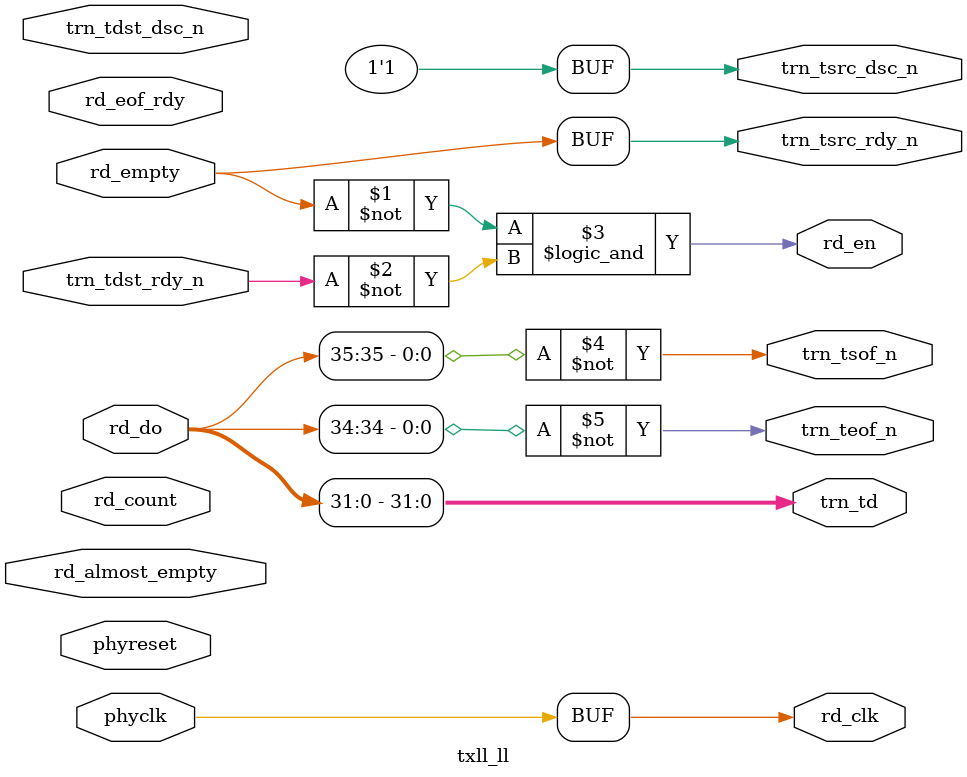
<source format=v>


// Change log:
// 
// 
// 

// Copyright (C) 2008,2009 Beijing Soul tech.
// -------------------------------------
// Naming Conventions:
// 	active low signals                 : "*_n"
// 	clock signals                      : "clk", "clk_div#", "clk_#x"
// 	reset signals                      : "rst", "rst_n"
// 	generics                           : "C_*"
// 	user defined types                 : "*_TYPE"
// 	state machine next state           : "*_ns"
// 	state machine current state        : "*_cs"
// 	combinatorial signals              : "*_com"
// 	pipelined or register delay signals: "*_d#"
// 	counter signals                    : "*cnt*"
// 	clock enable signals               : "*_ce"
// 	internal version of output port    : "*_i"
// 	device pins                        : "*_pin"
// 	ports                              : - Names begin with Uppercase
// Code:
module txll_ll (/*AUTOARG*/
   // Outputs
   trn_td, trn_tsof_n, trn_teof_n, trn_tsrc_rdy_n, trn_tsrc_dsc_n,
   rd_clk, rd_en,
   // Inputs
   phyclk, phyreset, trn_tdst_rdy_n, trn_tdst_dsc_n, rd_count,
   rd_empty, rd_almost_empty, rd_do, rd_eof_rdy
   );
   input phyclk;
   input phyreset;
 
   output [31:0] trn_td;
   output        trn_tsof_n;
   output        trn_teof_n;
   output        trn_tsrc_rdy_n;
   output        trn_tsrc_dsc_n;
   input         trn_tdst_rdy_n;
   input         trn_tdst_dsc_n;
   
   input [9:0] 	 rd_count;
   input 	 rd_empty;
   input 	 rd_almost_empty;
   input [35:0]  rd_do;
   output 	 rd_clk;
   output 	 rd_en;
   input 	 rd_eof_rdy;

   /**********************************************************************/
   /*AUTOREG*/
   /**********************************************************************/
   assign trn_tsrc_dsc_n   = 1'b1; /* TODO */
   assign trn_tsrc_rdy_n   = rd_empty;
   assign rd_en            = trn_tsrc_rdy_n == 1'b0 && trn_tdst_rdy_n == 1'b0;
   assign trn_td           = rd_do[31:0];
   assign trn_tsof_n       = ~rd_do[35];
   assign trn_teof_n       = ~rd_do[34];
   assign rd_clk           = phyclk;
endmodule
// 
// txll_ll.v ends here

</source>
